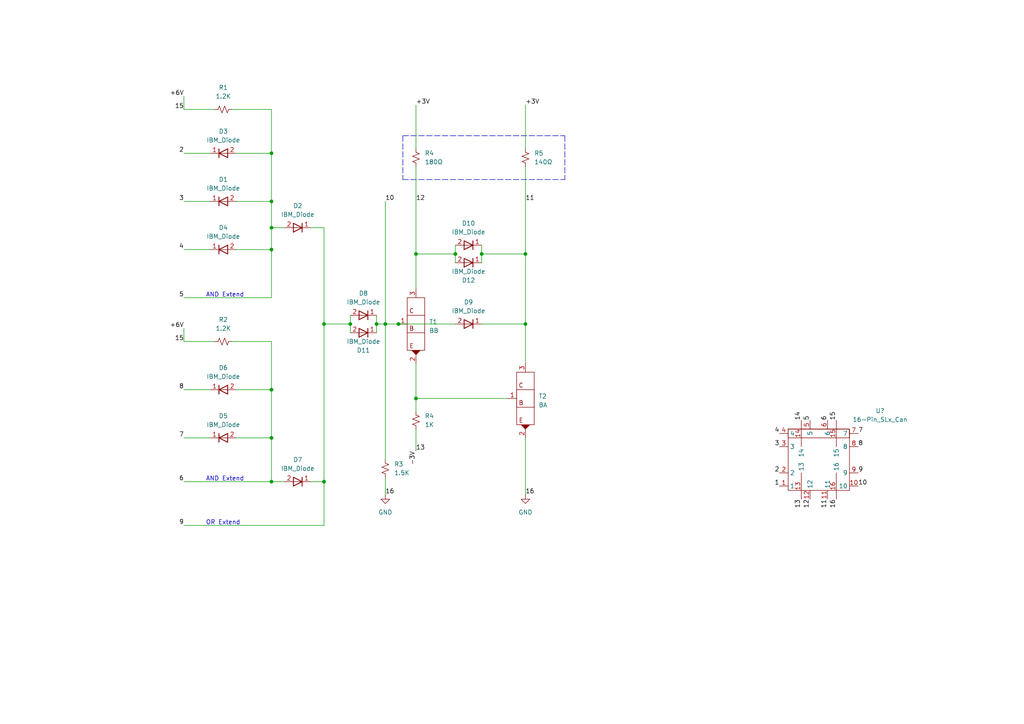
<source format=kicad_sch>
(kicad_sch (version 20211123) (generator eeschema)
  (paper "A4")
  (lib_symbols
    (symbol "Device:R_Small_US" (pin_numbers hide) (pin_names (offset 0.254) hide)
      (property "Reference" "R" (at 0.762 0.508 0))
      (property "Value" "R_Small_US" (at 0.762 -1.016 0))
      (symbol "R_Small_US_1_1"
        (polyline (pts (xy 0 0) (xy 1.016 -0.381) (xy 0 -0.762) (xy -1.016 -1.143) (xy 0 -1.524)))
        (polyline (pts (xy 0 1.524) (xy 1.016 1.143) (xy 0 0.762) (xy -1.016 0.381) (xy 0 0)))
        (pin passive line (at 0 2.54 270) (length 1.016) (name "~") (number "1"))
        (pin passive line (at 0 -2.54 90) (length 1.016) (name "~") (number "2"))
      )
    )
    (symbol "IBM_SLT-SLD:16-Pin_SLx_Can"
      (property "Reference" "U" (at 0 -2.54 0))
      (property "Value" "16-Pin_SLx_Can" (at 0 0 0))
      (symbol "16-Pin_SLx_Can_0_1"
        (rectangle (start -8.89 8.89) (end 8.89 -8.89))
        (rectangle (start -8.89 8.89) (end 8.89 6.35))
      )
      (symbol "16-Pin_SLx_Can_1_1"
        (pin passive line (at -11.43 -7.62 0) (length 2.54) (name "1") (number "1"))
        (pin passive line (at 11.43 -7.62 180) (length 2.54) (name "10") (number "10"))
        (pin passive line (at 2.54 -11.43 90) (length 2.54) (name "11") (number "11"))
        (pin passive line (at -2.54 -11.43 90) (length 2.54) (name "12") (number "12"))
        (pin passive line (at -5.08 -11.43 90) (length 7.62) (name "13") (number "13"))
        (pin passive line (at -5.08 11.43 270) (length 7.62) (name "14") (number "14"))
        (pin passive line (at 5.08 11.43 270) (length 7.62) (name "15") (number "15"))
        (pin passive line (at 5.08 -11.43 90) (length 7.62) (name "16") (number "16"))
        (pin passive line (at -11.43 -3.81 0) (length 2.54) (name "2") (number "2"))
        (pin passive line (at -11.43 3.81 0) (length 2.54) (name "3") (number "3"))
        (pin passive line (at -11.43 7.62 0) (length 2.54) (name "4") (number "4"))
        (pin passive line (at -2.54 11.43 270) (length 2.54) (name "5") (number "5"))
        (pin passive line (at 2.54 11.43 270) (length 2.54) (name "6") (number "6"))
        (pin passive line (at 11.43 7.62 180) (length 2.54) (name "7") (number "7"))
        (pin passive line (at 11.43 3.81 180) (length 2.54) (name "8") (number "8"))
        (pin passive line (at 11.43 -3.81 180) (length 2.54) (name "9") (number "9"))
      )
    )
    (symbol "IBM_SLT-SLD:IBM_Diode"
      (property "Reference" "D" (at 0 5.08 0))
      (property "Value" "IBM_Diode" (at 0 2.54 0))
      (symbol "IBM_Diode_0_1"
        (polyline (pts (xy -1.27 1.27) (xy -1.27 -1.27)) (stroke (width 0.254)))
        (polyline (pts (xy 1.27 0) (xy -1.27 0)))
        (polyline (pts (xy 1.27 1.27) (xy 1.27 -1.27) (xy -1.27 0) (xy 1.27 1.27)) (stroke (width 0.254)))
      )
      (symbol "IBM_Diode_1_1"
        (pin passive line (at -3.81 0 0) (length 2.54) (name "K") (number "1"))
        (pin passive line (at 3.81 0 180) (length 2.54) (name "A") (number "2"))
      )
    )
    (symbol "IBM_SLT-SLD:T_DA"
      (property "Reference" "T" (at 0 5.08 0))
      (property "Value" "T_DA" (at 7.62 8.89 0))
      (symbol "T_DA_0_0"
        (text "B" (at -1.27 -1.27 0) (effects (font (size 1.27 1.27))))
        (text "C" (at -1.27 3.81 0) (effects (font (size 1.27 1.27))))
        (text "E" (at -1.27 -6.35 0) (effects (font (size 1.27 1.27))))
      )
      (symbol "T_DA_0_1"
        (rectangle (start -2.54 2.54) (end 2.54 -2.54))
        (rectangle (start -2.54 7.62) (end 2.54 -7.62))
        (polyline (pts (xy -1.27 -7.62) (xy 0 -8.89) (xy 1.27 -7.62)) (fill (type outline)))
      )
      (symbol "T_DA_1_1"
        (pin passive line (at -5.08 0 0) (length 2.54) (name "B") (number "1"))
        (pin passive line (at 0 -11.43 90) (length 2.54) (name "E") (number "2"))
        (pin passive line (at 0 10.16 270) (length 2.54) (name "C") (number "3"))
      )
    )
    (symbol "IBM_SLT-SLD:T_DB"
      (property "Reference" "T" (at 0 5.08 0))
      (property "Value" "T_DB" (at 7.62 8.89 0))
      (symbol "T_DB_0_0"
        (text "B" (at -1.27 -1.27 0) (effects (font (size 1.27 1.27))))
        (text "C" (at -1.27 3.81 0) (effects (font (size 1.27 1.27))))
        (text "E" (at -1.27 -6.35 0) (effects (font (size 1.27 1.27))))
      )
      (symbol "T_DB_0_1"
        (rectangle (start -2.54 2.54) (end 2.54 -2.54))
        (rectangle (start -2.54 7.62) (end 2.54 -7.62))
        (polyline (pts (xy -1.27 -7.62) (xy 0 -8.89) (xy 1.27 -7.62)) (fill (type outline)))
      )
      (symbol "T_DB_1_1"
        (pin passive line (at -5.08 0 0) (length 2.54) (name "B") (number "1"))
        (pin passive line (at 0 -11.43 90) (length 2.54) (name "E") (number "2"))
        (pin passive line (at 0 10.16 270) (length 2.54) (name "C") (number "3"))
      )
    )
    (symbol "power:GND" (power) (pin_names (offset 0))
      (property "Value" "GND" (at 0 -3.81 0))
      (symbol "GND_0_1"
        (polyline (pts (xy 0 0) (xy 0 -1.27) (xy 1.27 -1.27) (xy 0 -2.54) (xy -1.27 -1.27) (xy 0 -1.27)))
      )
      (symbol "GND_1_1"
        (pin power_in line (at 0 0 270) (length 0) hide (name "GND") (number "1"))
      )
    )
  )
  (junction (at 93.98 93.98))
  (junction (at 139.7 73.66))
  (junction (at 78.74 127))
  (junction (at 78.74 72.39))
  (junction (at 78.74 139.7))
  (junction (at 78.74 58.42))
  (junction (at 93.98 139.7))
  (junction (at 152.4 93.98))
  (junction (at 152.4 73.66))
  (junction (at 132.08 73.66))
  (junction (at 111.76 93.98))
  (junction (at 78.74 44.45))
  (junction (at 78.74 113.03))
  (junction (at 115.57 93.98))
  (junction (at 120.65 115.57))
  (junction (at 120.65 73.66))
  (junction (at 109.22 93.98))
  (junction (at 78.74 66.04))
  (junction (at 101.6 93.98))
  (wire (pts (xy 120.65 73.66) (xy 120.65 83.82)))
  (wire (pts (xy 78.74 113.03) (xy 78.74 127)))
  (wire (pts (xy 78.74 58.42) (xy 78.74 66.04)))
  (wire (pts (xy 93.98 66.04) (xy 90.17 66.04)))
  (wire (pts (xy 109.22 91.44) (xy 109.22 93.98)))
  (wire (pts (xy 78.74 31.75) (xy 78.74 44.45)))
  (wire (pts (xy 53.34 58.42) (xy 60.96 58.42)))
  (wire (pts (xy 78.74 44.45) (xy 78.74 58.42)))
  (wire (pts (xy 78.74 113.03) (xy 68.58 113.03)))
  (wire (pts (xy 78.74 66.04) (xy 78.74 72.39)))
  (wire (pts (xy 101.6 93.98) (xy 101.6 96.52)))
  (wire (pts (xy 152.4 30.48) (xy 152.4 43.18)))
  (wire (pts (xy 132.08 71.12) (xy 132.08 73.66)))
  (wire (pts (xy 139.7 73.66) (xy 139.7 76.2)))
  (wire (pts (xy 120.65 115.57) (xy 120.65 119.38)))
  (wire (pts (xy 120.65 48.26) (xy 120.65 73.66)))
  (wire (pts (xy 53.34 95.25) (xy 53.34 99.06)))
  (wire (pts (xy 120.65 124.46) (xy 120.65 130.81)))
  (wire (pts (xy 152.4 73.66) (xy 139.7 73.66)))
  (wire (pts (xy 53.34 27.94) (xy 53.34 31.75)))
  (wire (pts (xy 53.34 99.06) (xy 62.23 99.06)))
  (wire (pts (xy 152.4 93.98) (xy 152.4 105.41)))
  (wire (pts (xy 78.74 44.45) (xy 68.58 44.45)))
  (wire (pts (xy 152.4 48.26) (xy 152.4 73.66)))
  (wire (pts (xy 111.76 58.42) (xy 111.76 93.98)))
  (wire (pts (xy 152.4 127) (xy 152.4 143.51)))
  (wire (pts (xy 53.34 31.75) (xy 62.23 31.75)))
  (wire (pts (xy 111.76 93.98) (xy 111.76 133.35)))
  (wire (pts (xy 78.74 139.7) (xy 82.55 139.7)))
  (polyline (pts (xy 116.84 39.37) (xy 116.84 52.07)))
  (wire (pts (xy 78.74 127) (xy 78.74 139.7)))
  (wire (pts (xy 78.74 66.04) (xy 82.55 66.04)))
  (wire (pts (xy 53.34 139.7) (xy 78.74 139.7)))
  (wire (pts (xy 53.34 72.39) (xy 60.96 72.39)))
  (wire (pts (xy 120.65 115.57) (xy 147.32 115.57)))
  (wire (pts (xy 152.4 73.66) (xy 152.4 93.98)))
  (wire (pts (xy 93.98 66.04) (xy 93.98 93.98)))
  (wire (pts (xy 109.22 93.98) (xy 111.76 93.98)))
  (wire (pts (xy 53.34 113.03) (xy 60.96 113.03)))
  (polyline (pts (xy 163.83 39.37) (xy 163.83 52.07)))
  (wire (pts (xy 111.76 93.98) (xy 115.57 93.98)))
  (wire (pts (xy 78.74 58.42) (xy 68.58 58.42)))
  (wire (pts (xy 132.08 73.66) (xy 120.65 73.66)))
  (wire (pts (xy 93.98 152.4) (xy 93.98 139.7)))
  (wire (pts (xy 67.31 31.75) (xy 78.74 31.75)))
  (wire (pts (xy 53.34 44.45) (xy 60.96 44.45)))
  (wire (pts (xy 53.34 86.36) (xy 78.74 86.36)))
  (wire (pts (xy 90.17 139.7) (xy 93.98 139.7)))
  (polyline (pts (xy 116.84 52.07) (xy 163.83 52.07)))
  (wire (pts (xy 115.57 93.98) (xy 132.08 93.98)))
  (wire (pts (xy 53.34 152.4) (xy 93.98 152.4)))
  (wire (pts (xy 139.7 93.98) (xy 152.4 93.98)))
  (wire (pts (xy 111.76 138.43) (xy 111.76 143.51)))
  (wire (pts (xy 78.74 99.06) (xy 78.74 113.03)))
  (polyline (pts (xy 116.84 39.37) (xy 163.83 39.37)))
  (wire (pts (xy 139.7 71.12) (xy 139.7 73.66)))
  (wire (pts (xy 109.22 93.98) (xy 109.22 96.52)))
  (wire (pts (xy 53.34 127) (xy 60.96 127)))
  (wire (pts (xy 120.65 105.41) (xy 120.65 115.57)))
  (wire (pts (xy 67.31 99.06) (xy 78.74 99.06)))
  (wire (pts (xy 93.98 93.98) (xy 101.6 93.98)))
  (wire (pts (xy 93.98 93.98) (xy 93.98 139.7)))
  (wire (pts (xy 120.65 30.48) (xy 120.65 43.18)))
  (wire (pts (xy 68.58 72.39) (xy 78.74 72.39)))
  (wire (pts (xy 101.6 91.44) (xy 101.6 93.98)))
  (wire (pts (xy 132.08 73.66) (xy 132.08 76.2)))
  (wire (pts (xy 78.74 127) (xy 68.58 127)))
  (wire (pts (xy 78.74 72.39) (xy 78.74 86.36)))
  (text "AND Extend" (at 59.69 139.7 0) (effects (font (size 1.27 1.27)) (justify left bottom)))
  (text "OR Extend" (at 59.69 152.4 0) (effects (font (size 1.27 1.27)) (justify left bottom)))
  (text "AND Extend" (at 59.69 86.36 0) (effects (font (size 1.27 1.27)) (justify left bottom)))
  (label "8" (at 53.34 113.03 180))
  (label "16" (at 242.57 144.78 270))
  (label "9" (at 248.92 137.16 0))
  (label "7" (at 248.92 125.73 0))
  (label "14" (at 232.41 121.92 90))
  (label "15" (at 53.34 99.06 180))
  (label "5" (at 53.34 86.36 180))
  (label "+6V" (at 53.34 27.94 180))
  (label "15" (at 242.57 121.92 90))
  (label "9" (at 53.34 152.4 180))
  (label "15" (at 53.34 31.75 180))
  (label "5" (at 234.95 121.92 90))
  (label "11" (at 240.03 144.78 270))
  (label "16" (at 111.76 143.51 0))
  (label "+3V" (at 120.65 30.48 0))
  (label "12" (at 120.65 58.42 0))
  (label "16" (at 152.4 143.51 0))
  (label "2" (at 53.34 44.45 180))
  (label "6" (at 53.34 139.7 180))
  (label "10" (at 111.76 58.42 0))
  (label "4" (at 226.06 125.73 180))
  (label "10" (at 248.92 140.97 0))
  (label "11" (at 152.4 58.42 0))
  (label "3" (at 226.06 129.54 180))
  (label "13" (at 232.41 144.78 270))
  (label "8" (at 248.92 129.54 0))
  (label "1" (at 226.06 140.97 180))
  (label "+6V" (at 53.34 95.25 180))
  (label "12" (at 234.95 144.78 270))
  (label "4" (at 53.34 72.39 180))
  (label "3" (at 53.34 58.42 180))
  (label "2" (at 226.06 137.16 180))
  (label "+3V" (at 152.4 30.48 0))
  (label "6" (at 240.03 121.92 90))
  (label "13" (at 120.65 130.81 0))
  (label "-3V" (at 120.65 130.81 270))
  (label "7" (at 53.34 127 180))
  (symbol (lib_id "IBM_SLT-SLD:IBM_Diode") (at 135.89 76.2 180) (unit 1)
    (property "Reference" "D12" (at 135.89 81.28 0))
    (property "Value" "IBM_Diode" (at 135.89 78.74 0))
    (property "Footprint" "Diode_SMD:D_0201_0603Metric" (effects hide))
  )
  (symbol (lib_id "power:GND") (at 152.4 143.51 0) (unit 1)
    (property "Reference" "#PWR0102" (effects hide))
    (property "Value" "GND" (at 152.4 148.59 0))
  )
  (symbol (lib_id "Device:R_Small_US") (at 64.77 31.75 90) (unit 1)
    (property "Reference" "R1" (at 64.77 25.4 90))
    (property "Value" "1.2K" (at 64.77 27.94 90))
    (property "Footprint" "Resistor_SMD:R_0201_0603Metric" (effects hide))
  )
  (symbol (lib_id "IBM_SLT-SLD:IBM_Diode") (at 64.77 113.03 0) (unit 1)
    (property "Reference" "D6" (at 64.77 106.68 0))
    (property "Value" "IBM_Diode" (at 64.77 109.22 0))
    (property "Footprint" "Diode_SMD:D_0201_0603Metric" (effects hide))
  )
  (symbol (lib_id "IBM_SLT-SLD:IBM_Diode") (at 86.36 66.04 180) (unit 1)
    (property "Reference" "D2" (at 86.36 59.69 0))
    (property "Value" "IBM_Diode" (at 86.36 62.23 0))
    (property "Footprint" "Diode_SMD:D_0201_0603Metric" (effects hide))
  )
  (symbol (lib_id "IBM_SLT-SLD:IBM_Diode") (at 86.36 139.7 180) (unit 1)
    (property "Reference" "D7" (at 86.36 133.35 0))
    (property "Value" "IBM_Diode" (at 86.36 135.89 0))
    (property "Footprint" "Diode_SMD:D_0201_0603Metric" (effects hide))
  )
  (symbol (lib_id "Device:R_Small_US") (at 64.77 99.06 90) (unit 1)
    (property "Reference" "R2" (at 64.77 92.71 90))
    (property "Value" "1.2K" (at 64.77 95.25 90))
    (property "Footprint" "Resistor_SMD:R_0201_0603Metric" (effects hide))
  )
  (symbol (lib_id "IBM_SLT-SLD:IBM_Diode") (at 64.77 44.45 0) (unit 1)
    (property "Reference" "D3" (at 64.77 38.1 0))
    (property "Value" "IBM_Diode" (at 64.77 40.64 0))
    (property "Footprint" "Diode_SMD:D_0201_0603Metric" (effects hide))
  )
  (symbol (lib_id "Device:R_Small_US") (at 152.4 45.72 0) (unit 1)
    (property "Reference" "R5" (at 154.94 44.4499 0) (effects (justify left)))
    (property "Value" "140Ω" (at 154.94 46.9899 0) (effects (justify left)))
  )
  (symbol (lib_id "IBM_SLT-SLD:IBM_Diode") (at 105.41 91.44 180) (unit 1)
    (property "Reference" "D8" (at 105.41 85.09 0))
    (property "Value" "IBM_Diode" (at 105.41 87.63 0))
    (property "Footprint" "Diode_SMD:D_0201_0603Metric" (effects hide))
  )
  (symbol (lib_id "IBM_SLT-SLD:IBM_Diode") (at 64.77 127 0) (unit 1)
    (property "Reference" "D5" (at 64.77 120.65 0))
    (property "Value" "IBM_Diode" (at 64.77 123.19 0))
    (property "Footprint" "Diode_SMD:D_0201_0603Metric" (effects hide))
  )
  (symbol (lib_id "IBM_SLT-SLD:T_DB") (at 120.65 93.98 0) (unit 1)
    (property "Reference" "T1" (at 124.46 93.3449 0) (effects (justify left)))
    (property "Value" "BB" (at 124.46 95.8849 0) (effects (justify left)))
    (property "Footprint" "Package_DFN_QFN:Diodes_DFN1006-3" (effects hide))
  )
  (symbol (lib_id "IBM_SLT-SLD:16-Pin_SLx_Can") (at 237.49 133.35 0) (unit 1)
    (property "Reference" "U?" (at 255.27 119.1512 0))
    (property "Value" "16-Pin_SLx_Can" (at 255.27 121.6912 0))
  )
  (symbol (lib_id "IBM_SLT-SLD:T_DA") (at 152.4 115.57 0) (unit 1)
    (property "Reference" "T2" (at 156.21 114.9349 0) (effects (justify left)))
    (property "Value" "BA" (at 156.21 117.4749 0) (effects (justify left)))
    (property "Footprint" "Package_DFN_QFN:Diodes_DFN1006-3" (effects hide))
  )
  (symbol (lib_id "IBM_SLT-SLD:IBM_Diode") (at 64.77 58.42 0) (unit 1)
    (property "Reference" "D1" (at 64.77 52.07 0))
    (property "Value" "IBM_Diode" (at 64.77 54.61 0))
    (property "Footprint" "Diode_SMD:D_0201_0603Metric" (effects hide))
  )
  (symbol (lib_id "Device:R_Small_US") (at 111.76 135.89 180) (unit 1)
    (property "Reference" "R3" (at 114.3 134.6199 0) (effects (justify right)))
    (property "Value" "1.5K" (at 114.3 137.1599 0) (effects (justify right)))
    (property "Footprint" "Resistor_SMD:R_0201_0603Metric" (effects hide))
  )
  (symbol (lib_id "power:GND") (at 111.76 143.51 0) (unit 1)
    (property "Reference" "#PWR?" (effects hide))
    (property "Value" "GND" (at 111.76 148.59 0))
  )
  (symbol (lib_id "IBM_SLT-SLD:IBM_Diode") (at 135.89 71.12 180) (unit 1)
    (property "Reference" "D10" (at 135.89 64.77 0))
    (property "Value" "IBM_Diode" (at 135.89 67.31 0))
    (property "Footprint" "Diode_SMD:D_0201_0603Metric" (effects hide))
  )
  (symbol (lib_id "IBM_SLT-SLD:IBM_Diode") (at 64.77 72.39 0) (unit 1)
    (property "Reference" "D4" (at 64.77 66.04 0))
    (property "Value" "IBM_Diode" (at 64.77 68.58 0))
    (property "Footprint" "Diode_SMD:D_0201_0603Metric" (effects hide))
  )
  (symbol (lib_id "Device:R_Small_US") (at 120.65 45.72 0) (unit 1)
    (property "Reference" "R4" (at 123.19 44.4499 0) (effects (justify left)))
    (property "Value" "180Ω" (at 123.19 46.9899 0) (effects (justify left)))
  )
  (symbol (lib_id "Device:R_Small_US") (at 120.65 121.92 0) (unit 1)
    (property "Reference" "R4" (at 123.19 120.6499 0) (effects (justify left)))
    (property "Value" "1K" (at 123.19 123.1899 0) (effects (justify left)))
    (property "Footprint" "Resistor_SMD:R_0201_0603Metric" (effects hide))
  )
  (symbol (lib_id "IBM_SLT-SLD:IBM_Diode") (at 135.89 93.98 180) (unit 1)
    (property "Reference" "D9" (at 135.89 87.63 0))
    (property "Value" "IBM_Diode" (at 135.89 90.17 0))
    (property "Footprint" "Diode_SMD:D_0201_0603Metric" (effects hide))
  )
  (symbol (lib_id "IBM_SLT-SLD:IBM_Diode") (at 105.41 96.52 180) (unit 1)
    (property "Reference" "D11" (at 105.41 101.6 0))
    (property "Value" "IBM_Diode" (at 105.41 99.06 0))
    (property "Footprint" "Diode_SMD:D_0201_0603Metric" (effects hide))
  )
)
</source>
